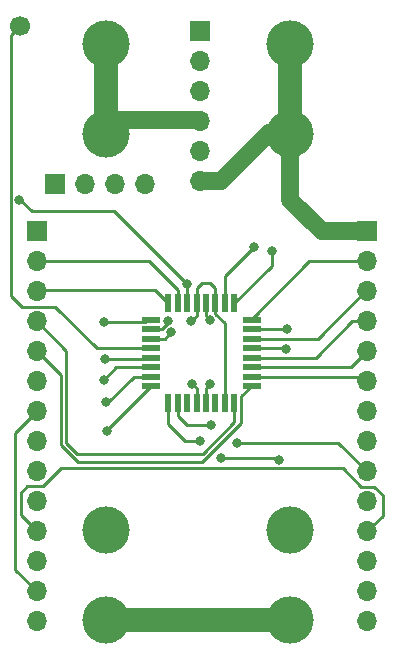
<source format=gbr>
%TF.GenerationSoftware,KiCad,Pcbnew,6.0.6-3a73a75311~116~ubuntu20.04.1*%
%TF.CreationDate,2022-07-15T19:37:52-05:00*%
%TF.ProjectId,Barbones_2xAA_Arduino_v003,42617262-6f6e-4657-935f-327841415f41,rev?*%
%TF.SameCoordinates,Original*%
%TF.FileFunction,Copper,L2,Bot*%
%TF.FilePolarity,Positive*%
%FSLAX46Y46*%
G04 Gerber Fmt 4.6, Leading zero omitted, Abs format (unit mm)*
G04 Created by KiCad (PCBNEW 6.0.6-3a73a75311~116~ubuntu20.04.1) date 2022-07-15 19:37:52*
%MOMM*%
%LPD*%
G01*
G04 APERTURE LIST*
%TA.AperFunction,ComponentPad*%
%ADD10R,1.700000X1.700000*%
%TD*%
%TA.AperFunction,ComponentPad*%
%ADD11O,1.700000X1.700000*%
%TD*%
%TA.AperFunction,ComponentPad*%
%ADD12C,1.700000*%
%TD*%
%TA.AperFunction,ComponentPad*%
%ADD13C,4.000000*%
%TD*%
%TA.AperFunction,SMDPad,CuDef*%
%ADD14R,0.550000X1.600000*%
%TD*%
%TA.AperFunction,SMDPad,CuDef*%
%ADD15R,1.600000X0.550000*%
%TD*%
%TA.AperFunction,ViaPad*%
%ADD16C,0.800000*%
%TD*%
%TA.AperFunction,Conductor*%
%ADD17C,0.250000*%
%TD*%
%TA.AperFunction,Conductor*%
%ADD18C,1.500000*%
%TD*%
%TA.AperFunction,Conductor*%
%ADD19C,2.000000*%
%TD*%
G04 APERTURE END LIST*
D10*
%TO.P,J3,1,Pin_1*%
%TO.N,GND*%
X193065000Y-68580000D03*
D11*
%TO.P,J3,2,Pin_2*%
%TO.N,D5*%
X193065000Y-71120000D03*
%TO.P,J3,3,Pin_3*%
%TO.N,D7*%
X193065000Y-73660000D03*
%TO.P,J3,4,Pin_4*%
%TO.N,D9*%
X193065000Y-76200000D03*
%TO.P,J3,5,Pin_5*%
%TO.N,D10{slash}SS*%
X193065000Y-78740000D03*
%TO.P,J3,6,Pin_6*%
%TO.N,D11{slash}MOSI*%
X193065000Y-81280000D03*
%TO.P,J3,7,Pin_7*%
%TO.N,D6*%
X193065000Y-83820000D03*
%TO.P,J3,8,Pin_8*%
%TO.N,D8*%
X193065000Y-86360000D03*
%TO.P,J3,9,Pin_9*%
%TO.N,A0*%
X193065000Y-88900000D03*
%TO.P,J3,10,Pin_10*%
%TO.N,A1*%
X193065000Y-91440000D03*
%TO.P,J3,11,Pin_11*%
%TO.N,VCC_shield*%
X193065000Y-93980000D03*
%TO.P,J3,12,Pin_12*%
%TO.N,GND*%
X193065000Y-96520000D03*
%TO.P,J3,13,Pin_13*%
%TO.N,A5{slash}SCL*%
X193065000Y-99060000D03*
%TO.P,J3,14,Pin_14*%
%TO.N,A4{slash}SDA*%
X193065000Y-101600000D03*
%TD*%
D10*
%TO.P,J4,1,Pin_1*%
%TO.N,VCC_shield*%
X166700000Y-64575000D03*
D11*
%TO.P,J4,2,Pin_2*%
%TO.N,VCC*%
X169240000Y-64575000D03*
%TO.P,J4,3,Pin_3*%
%TO.N,VCC_mcu*%
X171780000Y-64575000D03*
%TO.P,J4,4,Pin_4*%
%TO.N,VCC*%
X174320000Y-64575000D03*
%TD*%
D10*
%TO.P,J1,1,Pin_1*%
%TO.N,DTR*%
X178950000Y-51600000D03*
D11*
%TO.P,J1,2,Pin_2*%
%TO.N,D1{slash}TXD*%
X178950000Y-54140000D03*
%TO.P,J1,3,Pin_3*%
%TO.N,D0{slash}RXD*%
X178950000Y-56680000D03*
%TO.P,J1,4,Pin_4*%
%TO.N,VCC*%
X178950000Y-59220000D03*
%TO.P,J1,5,Pin_5*%
%TO.N,unconnected-(J1-Pad5)*%
X178950000Y-61760000D03*
%TO.P,J1,6,Pin_6*%
%TO.N,GND*%
X178950000Y-64300000D03*
%TD*%
D12*
%TO.P,J5,1,Pin_1*%
%TO.N,RESET*%
X163720000Y-51170000D03*
%TD*%
D10*
%TO.P,J2,1,Pin_1*%
%TO.N,VCC_shield*%
X165125000Y-68580000D03*
D11*
%TO.P,J2,2,Pin_2*%
%TO.N,D4*%
X165125000Y-71120000D03*
%TO.P,J2,3,Pin_3*%
%TO.N,D3*%
X165125000Y-73660000D03*
%TO.P,J2,4,Pin_4*%
%TO.N,D13{slash}SCK*%
X165125000Y-76200000D03*
%TO.P,J2,5,Pin_5*%
%TO.N,D12{slash}MISO*%
X165125000Y-78740000D03*
%TO.P,J2,6,Pin_6*%
%TO.N,D2{slash}INT0*%
X165125000Y-81280000D03*
%TO.P,J2,7,Pin_7*%
%TO.N,A5{slash}SCL*%
X165125000Y-83820000D03*
%TO.P,J2,8,Pin_8*%
%TO.N,A4{slash}SDA*%
X165125000Y-86360000D03*
%TO.P,J2,9,Pin_9*%
%TO.N,A3*%
X165125000Y-88900000D03*
%TO.P,J2,10,Pin_10*%
%TO.N,A2*%
X165125000Y-91440000D03*
%TO.P,J2,11,Pin_11*%
%TO.N,VCC_shield*%
X165125000Y-93980000D03*
%TO.P,J2,12,Pin_12*%
%TO.N,GND*%
X165125000Y-96520000D03*
%TO.P,J2,13,Pin_13*%
%TO.N,A5{slash}SCL*%
X165125000Y-99060000D03*
%TO.P,J2,14,Pin_14*%
%TO.N,A4{slash}SDA*%
X165125000Y-101600000D03*
%TD*%
D13*
%TO.P,U2,1,Plus1*%
%TO.N,VCC*%
X170965000Y-52685000D03*
%TO.P,U2,2,Plus2*%
X170965000Y-60305000D03*
%TO.P,U2,3,Minus1*%
%TO.N,Net-(U1-Pad1)*%
X170965000Y-101455000D03*
%TO.P,U2,4,Minus2*%
%TO.N,unconnected-(U2-Pad4)*%
X170965000Y-93835000D03*
%TD*%
%TO.P,U1,1,Plus1*%
%TO.N,Net-(U1-Pad1)*%
X186585000Y-101455000D03*
%TO.P,U1,2,Plus2*%
%TO.N,unconnected-(U1-Pad2)*%
X186585000Y-93835000D03*
%TO.P,U1,3,Minus1*%
%TO.N,GND*%
X186585000Y-52685000D03*
%TO.P,U1,4,Minus2*%
X186585000Y-60305000D03*
%TD*%
D14*
%TO.P,U3,1,D3/INT1*%
%TO.N,D3*%
X176250000Y-74625000D03*
%TO.P,U3,2,D4*%
%TO.N,D4*%
X177050000Y-74625000D03*
%TO.P,U3,3,GND*%
%TO.N,GND*%
X177850000Y-74625000D03*
%TO.P,U3,4,VCC*%
%TO.N,VCC_mcu*%
X178650000Y-74625000D03*
%TO.P,U3,5,GND*%
%TO.N,GND*%
X179450000Y-74625000D03*
%TO.P,U3,6,VCC*%
%TO.N,VCC_mcu*%
X180250000Y-74625000D03*
%TO.P,U3,7,<D20/XTAL1>*%
%TO.N,D20*%
X181050000Y-74625000D03*
%TO.P,U3,8,<D21/XTAL2>*%
%TO.N,D21*%
X181850000Y-74625000D03*
D15*
%TO.P,U3,9,D5*%
%TO.N,D5*%
X183300000Y-76075000D03*
%TO.P,U3,10,D6*%
%TO.N,D6*%
X183300000Y-76875000D03*
%TO.P,U3,11,D7*%
%TO.N,D7*%
X183300000Y-77675000D03*
%TO.P,U3,12,D8*%
%TO.N,D8*%
X183300000Y-78475000D03*
%TO.P,U3,13,D9*%
%TO.N,D9*%
X183300000Y-79275000D03*
%TO.P,U3,14,SS/D10*%
%TO.N,D10{slash}SS*%
X183300000Y-80075000D03*
%TO.P,U3,15,MOSI/D11*%
%TO.N,D11{slash}MOSI*%
X183300000Y-80875000D03*
%TO.P,U3,16,MISO/D12*%
%TO.N,D12{slash}MISO*%
X183300000Y-81675000D03*
D14*
%TO.P,U3,17,SCK/D13*%
%TO.N,D13{slash}SCK*%
X181850000Y-83125000D03*
%TO.P,U3,18,AVCC*%
%TO.N,VCC_mcu*%
X181050000Y-83125000D03*
%TO.P,U3,19,A6*%
%TO.N,A6*%
X180250000Y-83125000D03*
%TO.P,U3,20,AREF*%
%TO.N,AREF*%
X179450000Y-83125000D03*
%TO.P,U3,21,GND*%
%TO.N,GND*%
X178650000Y-83125000D03*
%TO.P,U3,22,A7*%
%TO.N,A7*%
X177850000Y-83125000D03*
%TO.P,U3,23,A0*%
%TO.N,A0*%
X177050000Y-83125000D03*
%TO.P,U3,24,A1*%
%TO.N,A1*%
X176250000Y-83125000D03*
D15*
%TO.P,U3,25,A2*%
%TO.N,A2*%
X174800000Y-81675000D03*
%TO.P,U3,26,A3*%
%TO.N,A3*%
X174800000Y-80875000D03*
%TO.P,U3,27,SDA/A4*%
%TO.N,A4{slash}SDA*%
X174800000Y-80075000D03*
%TO.P,U3,28,SCL/A5*%
%TO.N,A5{slash}SCL*%
X174800000Y-79275000D03*
%TO.P,U3,29,~{RESET}*%
%TO.N,RESET*%
X174800000Y-78475000D03*
%TO.P,U3,30,RXD/D0*%
%TO.N,D0{slash}RXD*%
X174800000Y-77675000D03*
%TO.P,U3,31,TXD/D1*%
%TO.N,D1{slash}TXD*%
X174800000Y-76875000D03*
%TO.P,U3,32,INT0/D2*%
%TO.N,D2{slash}INT0*%
X174800000Y-76075000D03*
%TD*%
D16*
%TO.N,AREF*%
X179800000Y-81500000D03*
%TO.N,D0{slash}RXD*%
X176510103Y-77113517D03*
%TO.N,D1{slash}TXD*%
X176233676Y-76141725D03*
%TO.N,D20*%
X183500000Y-69900000D03*
%TO.N,D21*%
X185000000Y-70200000D03*
%TO.N,D6*%
X186340000Y-76870000D03*
%TO.N,D8*%
X186230000Y-78530000D03*
%TO.N,A0*%
X182100000Y-86500000D03*
X179900000Y-85000000D03*
%TO.N,A1*%
X180700000Y-87800000D03*
X178900000Y-86300000D03*
X185590000Y-87895500D03*
%TO.N,A2*%
X171040000Y-85460000D03*
%TO.N,A3*%
X170970000Y-83030000D03*
%TO.N,A4{slash}SDA*%
X170780000Y-81120000D03*
%TO.N,A5{slash}SCL*%
X170910000Y-79420000D03*
%TO.N,D2{slash}INT0*%
X170830000Y-76220000D03*
%TO.N,GND*%
X179781288Y-76104908D03*
X163649500Y-65880000D03*
X177850000Y-73050000D03*
X178300000Y-81500000D03*
%TO.N,VCC_mcu*%
X178200000Y-76200000D03*
%TD*%
D17*
%TO.N,RESET*%
X163720000Y-51170000D02*
X164060000Y-51170000D01*
X170225000Y-78475000D02*
X166700000Y-74950000D01*
X162924500Y-74024500D02*
X162924500Y-51965500D01*
X162924500Y-51965500D02*
X163720000Y-51170000D01*
X174800000Y-78475000D02*
X170225000Y-78475000D01*
X166700000Y-74950000D02*
X163850000Y-74950000D01*
X163850000Y-74950000D02*
X162924500Y-74024500D01*
X164060000Y-51170000D02*
X164110000Y-51220000D01*
%TO.N,AREF*%
X179450000Y-83125000D02*
X179450000Y-81850000D01*
X179450000Y-81850000D02*
X179800000Y-81500000D01*
%TO.N,D0{slash}RXD*%
X175948620Y-77675000D02*
X174800000Y-77675000D01*
X176510103Y-77113517D02*
X175948620Y-77675000D01*
%TO.N,D1{slash}TXD*%
X175724022Y-76875000D02*
X174800000Y-76875000D01*
X176233676Y-76141725D02*
X176233676Y-76365346D01*
X176233676Y-76365346D02*
X175724022Y-76875000D01*
%TO.N,D3*%
X176250000Y-74625000D02*
X175125000Y-73500000D01*
X175125000Y-73500000D02*
X165285000Y-73500000D01*
X165285000Y-73500000D02*
X165125000Y-73660000D01*
%TO.N,D4*%
X174595000Y-71120000D02*
X165125000Y-71120000D01*
X177050000Y-74625000D02*
X177050000Y-73575000D01*
X177050000Y-73575000D02*
X174595000Y-71120000D01*
%TO.N,D20*%
X181050000Y-72350000D02*
X183500000Y-69900000D01*
X181050000Y-74625000D02*
X181050000Y-72350000D01*
%TO.N,D21*%
X185000000Y-71475000D02*
X185000000Y-70200000D01*
X181850000Y-74625000D02*
X185000000Y-71475000D01*
%TO.N,D5*%
X183300000Y-76000000D02*
X188180000Y-71120000D01*
X188180000Y-71120000D02*
X193040000Y-71120000D01*
X183300000Y-76075000D02*
X183300000Y-76000000D01*
%TO.N,D6*%
X185630000Y-76870000D02*
X185625000Y-76875000D01*
X185625000Y-76875000D02*
X183300000Y-76875000D01*
X186340000Y-76870000D02*
X185630000Y-76870000D01*
%TO.N,D7*%
X192940000Y-73660000D02*
X193040000Y-73660000D01*
X188925000Y-77675000D02*
X192940000Y-73660000D01*
X183300000Y-77675000D02*
X188925000Y-77675000D01*
%TO.N,D8*%
X186230000Y-78530000D02*
X186175000Y-78475000D01*
X186175000Y-78475000D02*
X183300000Y-78475000D01*
%TO.N,D9*%
X188725000Y-79275000D02*
X191800000Y-76200000D01*
X183300000Y-79275000D02*
X188725000Y-79275000D01*
X191800000Y-76200000D02*
X193040000Y-76200000D01*
%TO.N,D10{slash}SS*%
X183300000Y-80075000D02*
X191730000Y-80075000D01*
X191730000Y-80075000D02*
X193065000Y-78740000D01*
%TO.N,D11{slash}MOSI*%
X183300000Y-80875000D02*
X192660000Y-80875000D01*
X192660000Y-80875000D02*
X193065000Y-81280000D01*
%TO.N,D12{slash}MISO*%
X182449511Y-84786206D02*
X179135717Y-88100000D01*
X183300000Y-81675000D02*
X182449511Y-82525489D01*
X167130000Y-80745000D02*
X165125000Y-78740000D01*
X179135717Y-88100000D02*
X168600000Y-88100000D01*
X182449511Y-82525489D02*
X182449511Y-84786206D01*
X168600000Y-88100000D02*
X167130000Y-86630000D01*
X167130000Y-86630000D02*
X167130000Y-80745000D01*
%TO.N,D13{slash}SCK*%
X167620000Y-78695000D02*
X165125000Y-76200000D01*
X179200000Y-87400000D02*
X168535718Y-87400000D01*
X181850000Y-83125000D02*
X181850000Y-84750000D01*
X181850000Y-84750000D02*
X179200000Y-87400000D01*
X167620000Y-86484282D02*
X167620000Y-78695000D01*
X168535718Y-87400000D02*
X167620000Y-86484282D01*
%TO.N,A0*%
X177050000Y-84175000D02*
X177875000Y-85000000D01*
X177050000Y-83125000D02*
X177050000Y-84175000D01*
X182100000Y-86500000D02*
X190640000Y-86500000D01*
X190640000Y-86500000D02*
X193040000Y-88900000D01*
X177875000Y-85000000D02*
X179900000Y-85000000D01*
%TO.N,A1*%
X176250000Y-83125000D02*
X176250000Y-84850000D01*
X177700000Y-86300000D02*
X178900000Y-86300000D01*
X176250000Y-84850000D02*
X177700000Y-86300000D01*
X185590000Y-87895500D02*
X185494500Y-87800000D01*
X185494500Y-87800000D02*
X180700000Y-87800000D01*
%TO.N,A2*%
X171040000Y-85460000D02*
X171040000Y-85435000D01*
X171040000Y-85435000D02*
X174800000Y-81675000D01*
%TO.N,A3*%
X171170000Y-83030000D02*
X173325000Y-80875000D01*
X173325000Y-80875000D02*
X174800000Y-80875000D01*
X170970000Y-83030000D02*
X171170000Y-83030000D01*
%TO.N,A4{slash}SDA*%
X171855000Y-80075000D02*
X174800000Y-80075000D01*
X170810000Y-81120000D02*
X171855000Y-80075000D01*
X170780000Y-81120000D02*
X170810000Y-81120000D01*
%TO.N,A5{slash}SCL*%
X170910000Y-79420000D02*
X170930000Y-79400000D01*
X170930000Y-79400000D02*
X174675000Y-79400000D01*
X174675000Y-79400000D02*
X174800000Y-79275000D01*
X163300000Y-97235000D02*
X165125000Y-99060000D01*
X163300000Y-85645000D02*
X163300000Y-97235000D01*
X165125000Y-83820000D02*
X163300000Y-85645000D01*
%TO.N,D2{slash}INT0*%
X170830000Y-76220000D02*
X174330000Y-76220000D01*
X174475000Y-76075000D02*
X174800000Y-76075000D01*
X174330000Y-76220000D02*
X174475000Y-76075000D01*
D18*
%TO.N,VCC*%
X170920000Y-60430000D02*
X172220000Y-59130000D01*
X172220000Y-59130000D02*
X178860000Y-59130000D01*
X178860000Y-59130000D02*
X178950000Y-59220000D01*
D19*
X170965000Y-60305000D02*
X170965000Y-52685000D01*
D17*
%TO.N,GND*%
X163649500Y-65880000D02*
X163740000Y-65880000D01*
D19*
X186585000Y-60305000D02*
X186585000Y-52685000D01*
D18*
X189230000Y-68580000D02*
X186585000Y-65935000D01*
D17*
X179450000Y-74625000D02*
X179450000Y-75773620D01*
X178650000Y-81850000D02*
X178300000Y-81500000D01*
X179450000Y-75773620D02*
X179781288Y-76104908D01*
D18*
X186585000Y-65935000D02*
X186585000Y-60305000D01*
X193040000Y-68580000D02*
X189230000Y-68580000D01*
D17*
X164740000Y-66880000D02*
X171680000Y-66880000D01*
X178650000Y-83125000D02*
X178650000Y-81850000D01*
D18*
X184770000Y-60280000D02*
X180750000Y-64300000D01*
D17*
X171680000Y-66880000D02*
X177850000Y-73050000D01*
X177850000Y-73050000D02*
X177850000Y-74625000D01*
D18*
X180750000Y-64300000D02*
X178950000Y-64300000D01*
D17*
X163740000Y-65880000D02*
X164740000Y-66880000D01*
D19*
%TO.N,Net-(U1-Pad1)*%
X170965000Y-101455000D02*
X186585000Y-101455000D01*
D17*
%TO.N,VCC_shield*%
X194400000Y-92645000D02*
X194400000Y-90940000D01*
X164300000Y-90170000D02*
X163750000Y-90720000D01*
X193650000Y-90190000D02*
X192580000Y-90190000D01*
X165620000Y-90170000D02*
X164300000Y-90170000D01*
X163750000Y-92605000D02*
X165125000Y-93980000D01*
X163750000Y-90720000D02*
X163750000Y-92605000D01*
X193065000Y-93980000D02*
X194400000Y-92645000D01*
X167170000Y-88620000D02*
X165620000Y-90170000D01*
X165125000Y-93485000D02*
X165125000Y-93980000D01*
X194400000Y-90940000D02*
X193650000Y-90190000D01*
X192580000Y-90190000D02*
X191010000Y-88620000D01*
X191010000Y-88620000D02*
X167170000Y-88620000D01*
%TO.N,VCC_mcu*%
X181050000Y-83125000D02*
X181050000Y-76349022D01*
X178650000Y-74625000D02*
X178650000Y-73400000D01*
X180250000Y-73400000D02*
X180250000Y-74625000D01*
X181050000Y-76349022D02*
X180250000Y-75549022D01*
X180250000Y-75549022D02*
X180250000Y-74625000D01*
X179100000Y-72950000D02*
X179800000Y-72950000D01*
X179800000Y-72950000D02*
X180250000Y-73400000D01*
X178200000Y-76200000D02*
X178650000Y-75750000D01*
X178650000Y-75750000D02*
X178650000Y-74625000D01*
X178650000Y-73400000D02*
X179100000Y-72950000D01*
%TD*%
M02*

</source>
